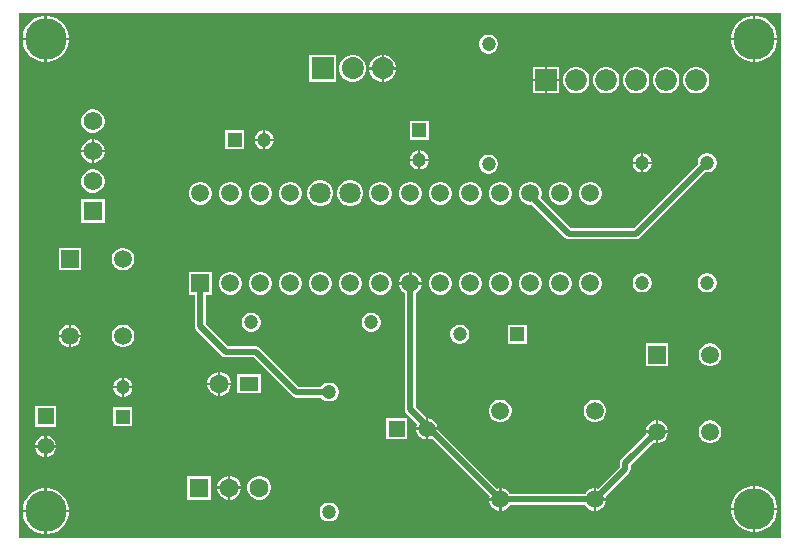
<source format=gbl>
G04*
G04 #@! TF.GenerationSoftware,Altium Limited,Altium Designer,23.6.0 (18)*
G04*
G04 Layer_Physical_Order=2*
G04 Layer_Color=16711680*
%FSLAX25Y25*%
%MOIN*%
G70*
G04*
G04 #@! TF.SameCoordinates,B90E1885-5EE6-4A3D-B461-7850E0AA74F3*
G04*
G04*
G04 #@! TF.FilePolarity,Positive*
G04*
G01*
G75*
%ADD21C,0.07244*%
%ADD22R,0.07244X0.07244*%
%ADD30C,0.06181*%
%ADD31R,0.06181X0.06181*%
%ADD38C,0.02000*%
%ADD42R,0.05512X0.05512*%
%ADD43C,0.05512*%
%ADD44R,0.07323X0.07323*%
%ADD45C,0.07323*%
%ADD46R,0.06299X0.06299*%
%ADD47C,0.06299*%
%ADD48C,0.05906*%
%ADD49C,0.07087*%
%ADD50R,0.05906X0.05906*%
%ADD51R,0.04724X0.04724*%
%ADD52C,0.04724*%
%ADD53R,0.05937X0.05937*%
%ADD54C,0.05937*%
%ADD55C,0.13780*%
%ADD56R,0.04724X0.04724*%
%ADD57R,0.05512X0.05512*%
%ADD58R,0.06299X0.04724*%
G36*
X255021Y989D02*
X989D01*
Y176083D01*
X255021D01*
Y989D01*
D02*
G37*
%LPC*%
G36*
X246820Y175013D02*
X246463D01*
Y167723D01*
X253753D01*
Y168080D01*
X253457Y169566D01*
X252878Y170965D01*
X252036Y172225D01*
X250965Y173296D01*
X249706Y174137D01*
X248306Y174717D01*
X246820Y175013D01*
D02*
G37*
G36*
X245663D02*
X245306D01*
X243820Y174717D01*
X242421Y174137D01*
X241161Y173296D01*
X240090Y172225D01*
X239248Y170965D01*
X238669Y169566D01*
X238373Y168080D01*
Y167723D01*
X245663D01*
Y175013D01*
D02*
G37*
G36*
X10600D02*
X10243D01*
Y167723D01*
X17532D01*
Y168080D01*
X17237Y169566D01*
X16657Y170965D01*
X15815Y172225D01*
X14744Y173296D01*
X13485Y174137D01*
X12086Y174717D01*
X10600Y175013D01*
D02*
G37*
G36*
X9443D02*
X9085D01*
X7599Y174717D01*
X6200Y174137D01*
X4941Y173296D01*
X3870Y172225D01*
X3028Y170965D01*
X2448Y169566D01*
X2153Y168080D01*
Y167723D01*
X9443D01*
Y175013D01*
D02*
G37*
G36*
X157896Y168753D02*
X157064D01*
X156260Y168537D01*
X155539Y168121D01*
X154950Y167532D01*
X154534Y166811D01*
X154318Y166007D01*
Y165174D01*
X154534Y164370D01*
X154950Y163649D01*
X155539Y163060D01*
X156260Y162644D01*
X157064Y162428D01*
X157896D01*
X158701Y162644D01*
X159422Y163060D01*
X160011Y163649D01*
X160427Y164370D01*
X160642Y165174D01*
Y166007D01*
X160427Y166811D01*
X160011Y167532D01*
X159422Y168121D01*
X158701Y168537D01*
X157896Y168753D01*
D02*
G37*
G36*
X253753Y166923D02*
X246463D01*
Y159633D01*
X246820D01*
X248306Y159929D01*
X249706Y160508D01*
X250965Y161350D01*
X252036Y162421D01*
X252878Y163680D01*
X253457Y165080D01*
X253753Y166566D01*
Y166923D01*
D02*
G37*
G36*
X245663D02*
X238373D01*
Y166566D01*
X238669Y165080D01*
X239248Y163680D01*
X240090Y162421D01*
X241161Y161350D01*
X242421Y160508D01*
X243820Y159929D01*
X245306Y159633D01*
X245663D01*
Y166923D01*
D02*
G37*
G36*
X17532D02*
X10243D01*
Y159633D01*
X10600D01*
X12086Y159929D01*
X13485Y160508D01*
X14744Y161350D01*
X15815Y162421D01*
X16657Y163680D01*
X17237Y165080D01*
X17532Y166566D01*
Y166923D01*
D02*
G37*
G36*
X9443D02*
X2153D01*
Y166566D01*
X2448Y165080D01*
X3028Y163680D01*
X3870Y162421D01*
X4941Y161350D01*
X6200Y160508D01*
X7599Y159929D01*
X9085Y159633D01*
X9443D01*
Y166923D01*
D02*
G37*
G36*
X122792Y161942D02*
X122605D01*
Y157880D01*
X126666D01*
Y158068D01*
X126362Y159202D01*
X125775Y160220D01*
X124944Y161050D01*
X123927Y161638D01*
X122792Y161942D01*
D02*
G37*
G36*
X121805D02*
X121617D01*
X120483Y161638D01*
X119465Y161050D01*
X118635Y160220D01*
X118047Y159202D01*
X117743Y158068D01*
Y157880D01*
X121805D01*
Y161942D01*
D02*
G37*
G36*
X181115Y157965D02*
X177093D01*
Y153943D01*
X181115D01*
Y157965D01*
D02*
G37*
G36*
X176293D02*
X172271D01*
Y153943D01*
X176293D01*
Y157965D01*
D02*
G37*
G36*
X126666Y157080D02*
X122605D01*
Y153019D01*
X122792D01*
X123927Y153323D01*
X124944Y153910D01*
X125775Y154741D01*
X126362Y155758D01*
X126666Y156893D01*
Y157080D01*
D02*
G37*
G36*
X121805D02*
X117743D01*
Y156893D01*
X118047Y155758D01*
X118635Y154741D01*
X119465Y153910D01*
X120483Y153323D01*
X121617Y153019D01*
X121805D01*
Y157080D01*
D02*
G37*
G36*
X112792Y161942D02*
X111617D01*
X110483Y161638D01*
X109465Y161050D01*
X108635Y160220D01*
X108047Y159202D01*
X107743Y158068D01*
Y156893D01*
X108047Y155758D01*
X108635Y154741D01*
X109465Y153910D01*
X110483Y153323D01*
X111617Y153019D01*
X112792D01*
X113927Y153323D01*
X114944Y153910D01*
X115775Y154741D01*
X116362Y155758D01*
X116666Y156893D01*
Y158068D01*
X116362Y159202D01*
X115775Y160220D01*
X114944Y161050D01*
X113927Y161638D01*
X112792Y161942D01*
D02*
G37*
G36*
X106666D02*
X97743D01*
Y153019D01*
X106666D01*
Y161942D01*
D02*
G37*
G36*
X227275Y157965D02*
X226111D01*
X224986Y157664D01*
X223978Y157082D01*
X223154Y156258D01*
X222572Y155250D01*
X222271Y154125D01*
Y152961D01*
X222572Y151837D01*
X223154Y150828D01*
X223978Y150005D01*
X224986Y149423D01*
X226111Y149121D01*
X227275D01*
X228400Y149423D01*
X229408Y150005D01*
X230231Y150828D01*
X230814Y151837D01*
X231115Y152961D01*
Y154125D01*
X230814Y155250D01*
X230231Y156258D01*
X229408Y157082D01*
X228400Y157664D01*
X227275Y157965D01*
D02*
G37*
G36*
X217275D02*
X216111D01*
X214986Y157664D01*
X213978Y157082D01*
X213154Y156258D01*
X212572Y155250D01*
X212271Y154125D01*
Y152961D01*
X212572Y151837D01*
X213154Y150828D01*
X213978Y150005D01*
X214986Y149423D01*
X216111Y149121D01*
X217275D01*
X218400Y149423D01*
X219408Y150005D01*
X220231Y150828D01*
X220814Y151837D01*
X221115Y152961D01*
Y154125D01*
X220814Y155250D01*
X220231Y156258D01*
X219408Y157082D01*
X218400Y157664D01*
X217275Y157965D01*
D02*
G37*
G36*
X207275D02*
X206111D01*
X204986Y157664D01*
X203978Y157082D01*
X203154Y156258D01*
X202572Y155250D01*
X202271Y154125D01*
Y152961D01*
X202572Y151837D01*
X203154Y150828D01*
X203978Y150005D01*
X204986Y149423D01*
X206111Y149121D01*
X207275D01*
X208400Y149423D01*
X209408Y150005D01*
X210231Y150828D01*
X210814Y151837D01*
X211115Y152961D01*
Y154125D01*
X210814Y155250D01*
X210231Y156258D01*
X209408Y157082D01*
X208400Y157664D01*
X207275Y157965D01*
D02*
G37*
G36*
X197275D02*
X196111D01*
X194986Y157664D01*
X193978Y157082D01*
X193154Y156258D01*
X192572Y155250D01*
X192271Y154125D01*
Y152961D01*
X192572Y151837D01*
X193154Y150828D01*
X193978Y150005D01*
X194986Y149423D01*
X196111Y149121D01*
X197275D01*
X198400Y149423D01*
X199408Y150005D01*
X200231Y150828D01*
X200814Y151837D01*
X201115Y152961D01*
Y154125D01*
X200814Y155250D01*
X200231Y156258D01*
X199408Y157082D01*
X198400Y157664D01*
X197275Y157965D01*
D02*
G37*
G36*
X187275D02*
X186111D01*
X184986Y157664D01*
X183978Y157082D01*
X183154Y156258D01*
X182572Y155250D01*
X182271Y154125D01*
Y152961D01*
X182572Y151837D01*
X183154Y150828D01*
X183978Y150005D01*
X184986Y149423D01*
X186111Y149121D01*
X187275D01*
X188400Y149423D01*
X189408Y150005D01*
X190231Y150828D01*
X190814Y151837D01*
X191115Y152961D01*
Y154125D01*
X190814Y155250D01*
X190231Y156258D01*
X189408Y157082D01*
X188400Y157664D01*
X187275Y157965D01*
D02*
G37*
G36*
X181115Y153143D02*
X177093D01*
Y149121D01*
X181115D01*
Y153143D01*
D02*
G37*
G36*
X176293D02*
X172271D01*
Y149121D01*
X176293D01*
Y153143D01*
D02*
G37*
G36*
X26103Y143812D02*
X25078D01*
X24089Y143547D01*
X23202Y143034D01*
X22477Y142310D01*
X21965Y141423D01*
X21700Y140433D01*
Y139409D01*
X21965Y138419D01*
X22477Y137532D01*
X23202Y136808D01*
X24089Y136296D01*
X25078Y136031D01*
X26103D01*
X27092Y136296D01*
X27979Y136808D01*
X28704Y137532D01*
X29216Y138419D01*
X29481Y139409D01*
Y140433D01*
X29216Y141423D01*
X28704Y142310D01*
X27979Y143034D01*
X27092Y143547D01*
X26103Y143812D01*
D02*
G37*
G36*
X83093Y136854D02*
X83077D01*
Y134092D01*
X85839D01*
Y134108D01*
X85624Y134912D01*
X85207Y135633D01*
X84619Y136222D01*
X83898Y136638D01*
X83093Y136854D01*
D02*
G37*
G36*
X82277D02*
X82261D01*
X81456Y136638D01*
X80735Y136222D01*
X80147Y135633D01*
X79730Y134912D01*
X79515Y134108D01*
Y134092D01*
X82277D01*
Y136854D01*
D02*
G37*
G36*
X137532Y139973D02*
X131208D01*
Y133649D01*
X137532D01*
Y139973D01*
D02*
G37*
G36*
X85839Y133292D02*
X83077D01*
Y130530D01*
X83093D01*
X83898Y130745D01*
X84619Y131161D01*
X85207Y131750D01*
X85624Y132471D01*
X85839Y133275D01*
Y133292D01*
D02*
G37*
G36*
X82277D02*
X79515D01*
Y133275D01*
X79730Y132471D01*
X80147Y131750D01*
X80735Y131161D01*
X81456Y130745D01*
X82261Y130530D01*
X82277D01*
Y133292D01*
D02*
G37*
G36*
X75997Y136854D02*
X69672D01*
Y130530D01*
X75997D01*
Y136854D01*
D02*
G37*
G36*
X26103Y133812D02*
X25991D01*
Y130321D01*
X29481D01*
Y130433D01*
X29216Y131423D01*
X28704Y132310D01*
X27979Y133034D01*
X27092Y133547D01*
X26103Y133812D01*
D02*
G37*
G36*
X25191D02*
X25078D01*
X24089Y133547D01*
X23202Y133034D01*
X22477Y132310D01*
X21965Y131423D01*
X21700Y130433D01*
Y130321D01*
X25191D01*
Y133812D01*
D02*
G37*
G36*
X134786Y130131D02*
X134770D01*
Y127368D01*
X137532D01*
Y127385D01*
X137317Y128189D01*
X136900Y128910D01*
X136312Y129499D01*
X135591Y129915D01*
X134786Y130131D01*
D02*
G37*
G36*
X133970D02*
X133954D01*
X133150Y129915D01*
X132428Y129499D01*
X131840Y128910D01*
X131423Y128189D01*
X131208Y127385D01*
Y127368D01*
X133970D01*
Y130131D01*
D02*
G37*
G36*
X209078Y129146D02*
X209061D01*
Y126384D01*
X211824D01*
Y126400D01*
X211608Y127205D01*
X211192Y127926D01*
X210603Y128515D01*
X209882Y128931D01*
X209078Y129146D01*
D02*
G37*
G36*
X208261D02*
X208245D01*
X207441Y128931D01*
X206720Y128515D01*
X206131Y127926D01*
X205715Y127205D01*
X205499Y126400D01*
Y126384D01*
X208261D01*
Y129146D01*
D02*
G37*
G36*
X29481Y129521D02*
X25991D01*
Y126031D01*
X26103D01*
X27092Y126296D01*
X27979Y126808D01*
X28704Y127532D01*
X29216Y128419D01*
X29481Y129409D01*
Y129521D01*
D02*
G37*
G36*
X25191D02*
X21700D01*
Y129409D01*
X21965Y128419D01*
X22477Y127532D01*
X23202Y126808D01*
X24089Y126296D01*
X25078Y126031D01*
X25191D01*
Y129521D01*
D02*
G37*
G36*
X137532Y126568D02*
X134770D01*
Y123806D01*
X134786D01*
X135591Y124022D01*
X136312Y124438D01*
X136900Y125027D01*
X137317Y125748D01*
X137532Y126552D01*
Y126568D01*
D02*
G37*
G36*
X133970D02*
X131208D01*
Y126552D01*
X131423Y125748D01*
X131840Y125027D01*
X132428Y124438D01*
X133150Y124022D01*
X133954Y123806D01*
X133970D01*
Y126568D01*
D02*
G37*
G36*
X230731Y129146D02*
X229899D01*
X229094Y128931D01*
X228373Y128515D01*
X227785Y127926D01*
X227368Y127205D01*
X227153Y126400D01*
Y125568D01*
X227185Y125449D01*
X205933Y104198D01*
X185130D01*
X174922Y114406D01*
X175170Y115333D01*
Y116321D01*
X174914Y117275D01*
X174420Y118131D01*
X173722Y118830D01*
X172866Y119324D01*
X171912Y119580D01*
X170923D01*
X169969Y119324D01*
X169113Y118830D01*
X168414Y118131D01*
X167920Y117275D01*
X167665Y116321D01*
Y115333D01*
X167920Y114378D01*
X168414Y113523D01*
X169113Y112824D01*
X169969Y112330D01*
X170923Y112074D01*
X171912D01*
X172031Y112106D01*
X183072Y101065D01*
X183668Y100667D01*
X183784Y100644D01*
X184370Y100527D01*
X206693D01*
X207279Y100644D01*
X207395Y100667D01*
X207991Y101065D01*
X229780Y122854D01*
X229899Y122822D01*
X230731D01*
X231536Y123038D01*
X232257Y123454D01*
X232845Y124043D01*
X233262Y124764D01*
X233477Y125568D01*
Y126400D01*
X233262Y127205D01*
X232845Y127926D01*
X232257Y128515D01*
X231536Y128931D01*
X230731Y129146D01*
D02*
G37*
G36*
X211824Y125584D02*
X209061D01*
Y122822D01*
X209078D01*
X209882Y123038D01*
X210603Y123454D01*
X211192Y124043D01*
X211608Y124764D01*
X211824Y125568D01*
Y125584D01*
D02*
G37*
G36*
X208261D02*
X205499D01*
Y125568D01*
X205715Y124764D01*
X206131Y124043D01*
X206720Y123454D01*
X207441Y123038D01*
X208245Y122822D01*
X208261D01*
Y125584D01*
D02*
G37*
G36*
X157896Y128753D02*
X157064D01*
X156260Y128537D01*
X155539Y128121D01*
X154950Y127532D01*
X154534Y126811D01*
X154318Y126007D01*
Y125174D01*
X154534Y124370D01*
X154950Y123649D01*
X155539Y123060D01*
X156260Y122644D01*
X157064Y122428D01*
X157896D01*
X158701Y122644D01*
X159422Y123060D01*
X160011Y123649D01*
X160427Y124370D01*
X160642Y125174D01*
Y126007D01*
X160427Y126811D01*
X160011Y127532D01*
X159422Y128121D01*
X158701Y128537D01*
X157896Y128753D01*
D02*
G37*
G36*
X26103Y123812D02*
X25078D01*
X24089Y123547D01*
X23202Y123034D01*
X22477Y122310D01*
X21965Y121423D01*
X21700Y120433D01*
Y119409D01*
X21965Y118420D01*
X22477Y117532D01*
X23202Y116808D01*
X24089Y116296D01*
X25078Y116031D01*
X26103D01*
X27092Y116296D01*
X27979Y116808D01*
X28704Y117532D01*
X29216Y118420D01*
X29481Y119409D01*
Y120433D01*
X29216Y121423D01*
X28704Y122310D01*
X27979Y123034D01*
X27092Y123547D01*
X26103Y123812D01*
D02*
G37*
G36*
X191911Y119580D02*
X190923D01*
X189969Y119324D01*
X189113Y118830D01*
X188415Y118131D01*
X187920Y117275D01*
X187665Y116321D01*
Y115333D01*
X187920Y114378D01*
X188415Y113523D01*
X189113Y112824D01*
X189969Y112330D01*
X190923Y112074D01*
X191911D01*
X192866Y112330D01*
X193722Y112824D01*
X194420Y113523D01*
X194914Y114378D01*
X195170Y115333D01*
Y116321D01*
X194914Y117275D01*
X194420Y118131D01*
X193722Y118830D01*
X192866Y119324D01*
X191911Y119580D01*
D02*
G37*
G36*
X181912D02*
X180923D01*
X179969Y119324D01*
X179113Y118830D01*
X178414Y118131D01*
X177920Y117275D01*
X177665Y116321D01*
Y115333D01*
X177920Y114378D01*
X178414Y113523D01*
X179113Y112824D01*
X179969Y112330D01*
X180923Y112074D01*
X181912D01*
X182866Y112330D01*
X183722Y112824D01*
X184420Y113523D01*
X184914Y114378D01*
X185170Y115333D01*
Y116321D01*
X184914Y117275D01*
X184420Y118131D01*
X183722Y118830D01*
X182866Y119324D01*
X181912Y119580D01*
D02*
G37*
G36*
X161911D02*
X160923D01*
X159969Y119324D01*
X159113Y118830D01*
X158414Y118131D01*
X157920Y117275D01*
X157665Y116321D01*
Y115333D01*
X157920Y114378D01*
X158414Y113523D01*
X159113Y112824D01*
X159969Y112330D01*
X160923Y112074D01*
X161911D01*
X162866Y112330D01*
X163722Y112824D01*
X164420Y113523D01*
X164914Y114378D01*
X165170Y115333D01*
Y116321D01*
X164914Y117275D01*
X164420Y118131D01*
X163722Y118830D01*
X162866Y119324D01*
X161911Y119580D01*
D02*
G37*
G36*
X151911D02*
X150923D01*
X149969Y119324D01*
X149113Y118830D01*
X148415Y118131D01*
X147920Y117275D01*
X147665Y116321D01*
Y115333D01*
X147920Y114378D01*
X148415Y113523D01*
X149113Y112824D01*
X149969Y112330D01*
X150923Y112074D01*
X151911D01*
X152866Y112330D01*
X153722Y112824D01*
X154420Y113523D01*
X154914Y114378D01*
X155170Y115333D01*
Y116321D01*
X154914Y117275D01*
X154420Y118131D01*
X153722Y118830D01*
X152866Y119324D01*
X151911Y119580D01*
D02*
G37*
G36*
X141911D02*
X140923D01*
X139969Y119324D01*
X139113Y118830D01*
X138415Y118131D01*
X137920Y117275D01*
X137665Y116321D01*
Y115333D01*
X137920Y114378D01*
X138415Y113523D01*
X139113Y112824D01*
X139969Y112330D01*
X140923Y112074D01*
X141911D01*
X142866Y112330D01*
X143722Y112824D01*
X144420Y113523D01*
X144914Y114378D01*
X145170Y115333D01*
Y116321D01*
X144914Y117275D01*
X144420Y118131D01*
X143722Y118830D01*
X142866Y119324D01*
X141911Y119580D01*
D02*
G37*
G36*
X131912D02*
X130923D01*
X129969Y119324D01*
X129113Y118830D01*
X128414Y118131D01*
X127920Y117275D01*
X127665Y116321D01*
Y115333D01*
X127920Y114378D01*
X128414Y113523D01*
X129113Y112824D01*
X129969Y112330D01*
X130923Y112074D01*
X131912D01*
X132866Y112330D01*
X133722Y112824D01*
X134420Y113523D01*
X134914Y114378D01*
X135170Y115333D01*
Y116321D01*
X134914Y117275D01*
X134420Y118131D01*
X133722Y118830D01*
X132866Y119324D01*
X131912Y119580D01*
D02*
G37*
G36*
X121912D02*
X120923D01*
X119969Y119324D01*
X119113Y118830D01*
X118414Y118131D01*
X117920Y117275D01*
X117665Y116321D01*
Y115333D01*
X117920Y114378D01*
X118414Y113523D01*
X119113Y112824D01*
X119969Y112330D01*
X120923Y112074D01*
X121912D01*
X122866Y112330D01*
X123722Y112824D01*
X124420Y113523D01*
X124914Y114378D01*
X125170Y115333D01*
Y116321D01*
X124914Y117275D01*
X124420Y118131D01*
X123722Y118830D01*
X122866Y119324D01*
X121912Y119580D01*
D02*
G37*
G36*
X91912D02*
X90923D01*
X89969Y119324D01*
X89113Y118830D01*
X88414Y118131D01*
X87920Y117275D01*
X87665Y116321D01*
Y115333D01*
X87920Y114378D01*
X88414Y113523D01*
X89113Y112824D01*
X89969Y112330D01*
X90923Y112074D01*
X91912D01*
X92866Y112330D01*
X93722Y112824D01*
X94420Y113523D01*
X94914Y114378D01*
X95170Y115333D01*
Y116321D01*
X94914Y117275D01*
X94420Y118131D01*
X93722Y118830D01*
X92866Y119324D01*
X91912Y119580D01*
D02*
G37*
G36*
X81911D02*
X80923D01*
X79969Y119324D01*
X79113Y118830D01*
X78414Y118131D01*
X77920Y117275D01*
X77665Y116321D01*
Y115333D01*
X77920Y114378D01*
X78414Y113523D01*
X79113Y112824D01*
X79969Y112330D01*
X80923Y112074D01*
X81911D01*
X82866Y112330D01*
X83722Y112824D01*
X84420Y113523D01*
X84914Y114378D01*
X85170Y115333D01*
Y116321D01*
X84914Y117275D01*
X84420Y118131D01*
X83722Y118830D01*
X82866Y119324D01*
X81911Y119580D01*
D02*
G37*
G36*
X71912D02*
X70923D01*
X69969Y119324D01*
X69113Y118830D01*
X68414Y118131D01*
X67920Y117275D01*
X67665Y116321D01*
Y115333D01*
X67920Y114378D01*
X68414Y113523D01*
X69113Y112824D01*
X69969Y112330D01*
X70923Y112074D01*
X71912D01*
X72866Y112330D01*
X73722Y112824D01*
X74420Y113523D01*
X74914Y114378D01*
X75170Y115333D01*
Y116321D01*
X74914Y117275D01*
X74420Y118131D01*
X73722Y118830D01*
X72866Y119324D01*
X71912Y119580D01*
D02*
G37*
G36*
X61911D02*
X60923D01*
X59969Y119324D01*
X59113Y118830D01*
X58414Y118131D01*
X57920Y117275D01*
X57665Y116321D01*
Y115333D01*
X57920Y114378D01*
X58414Y113523D01*
X59113Y112824D01*
X59969Y112330D01*
X60923Y112074D01*
X61911D01*
X62866Y112330D01*
X63722Y112824D01*
X64420Y113523D01*
X64914Y114378D01*
X65170Y115333D01*
Y116321D01*
X64914Y117275D01*
X64420Y118131D01*
X63722Y118830D01*
X62866Y119324D01*
X61911Y119580D01*
D02*
G37*
G36*
X111989Y120170D02*
X110846D01*
X109741Y119874D01*
X108750Y119302D01*
X107942Y118494D01*
X107370Y117503D01*
X107074Y116399D01*
Y115255D01*
X107370Y114150D01*
X107942Y113160D01*
X108750Y112351D01*
X109741Y111779D01*
X110846Y111484D01*
X111989D01*
X113094Y111779D01*
X114084Y112351D01*
X114893Y113160D01*
X115465Y114150D01*
X115761Y115255D01*
Y116399D01*
X115465Y117503D01*
X114893Y118494D01*
X114084Y119302D01*
X113094Y119874D01*
X111989Y120170D01*
D02*
G37*
G36*
X101989D02*
X100846D01*
X99741Y119874D01*
X98751Y119302D01*
X97942Y118494D01*
X97370Y117503D01*
X97074Y116399D01*
Y115255D01*
X97370Y114150D01*
X97942Y113160D01*
X98751Y112351D01*
X99741Y111779D01*
X100846Y111484D01*
X101989D01*
X103094Y111779D01*
X104084Y112351D01*
X104893Y113160D01*
X105465Y114150D01*
X105761Y115255D01*
Y116399D01*
X105465Y117503D01*
X104893Y118494D01*
X104084Y119302D01*
X103094Y119874D01*
X101989Y120170D01*
D02*
G37*
G36*
X29481Y113812D02*
X21700D01*
Y106031D01*
X29481D01*
Y113812D01*
D02*
G37*
G36*
X36126Y97677D02*
X35134D01*
X34175Y97420D01*
X33316Y96924D01*
X32614Y96223D01*
X32118Y95363D01*
X31861Y94405D01*
Y93413D01*
X32118Y92454D01*
X32614Y91595D01*
X33316Y90893D01*
X34175Y90397D01*
X35134Y90140D01*
X36126D01*
X37084Y90397D01*
X37944Y90893D01*
X38645Y91595D01*
X39141Y92454D01*
X39398Y93413D01*
Y94405D01*
X39141Y95363D01*
X38645Y96223D01*
X37944Y96924D01*
X37084Y97420D01*
X36126Y97677D01*
D02*
G37*
G36*
X21682D02*
X14145D01*
Y90140D01*
X21682D01*
Y97677D01*
D02*
G37*
G36*
X131912Y89579D02*
X131817D01*
Y86227D01*
X135170D01*
Y86321D01*
X134914Y87275D01*
X134420Y88131D01*
X133722Y88830D01*
X132866Y89324D01*
X131912Y89579D01*
D02*
G37*
G36*
X131017D02*
X130923D01*
X129969Y89324D01*
X129113Y88830D01*
X128414Y88131D01*
X127920Y87275D01*
X127665Y86321D01*
Y86227D01*
X131017D01*
Y89579D01*
D02*
G37*
G36*
X230731Y89146D02*
X229899D01*
X229094Y88931D01*
X228373Y88515D01*
X227785Y87926D01*
X227368Y87205D01*
X227153Y86401D01*
Y85568D01*
X227368Y84764D01*
X227785Y84043D01*
X228373Y83454D01*
X229094Y83038D01*
X229899Y82822D01*
X230731D01*
X231536Y83038D01*
X232257Y83454D01*
X232845Y84043D01*
X233262Y84764D01*
X233477Y85568D01*
Y86401D01*
X233262Y87205D01*
X232845Y87926D01*
X232257Y88515D01*
X231536Y88931D01*
X230731Y89146D01*
D02*
G37*
G36*
X209078D02*
X208245D01*
X207441Y88931D01*
X206720Y88515D01*
X206131Y87926D01*
X205715Y87205D01*
X205499Y86401D01*
Y85568D01*
X205715Y84764D01*
X206131Y84043D01*
X206720Y83454D01*
X207441Y83038D01*
X208245Y82822D01*
X209078D01*
X209882Y83038D01*
X210603Y83454D01*
X211192Y84043D01*
X211608Y84764D01*
X211824Y85568D01*
Y86401D01*
X211608Y87205D01*
X211192Y87926D01*
X210603Y88515D01*
X209882Y88931D01*
X209078Y89146D01*
D02*
G37*
G36*
X191911Y89579D02*
X190923D01*
X189969Y89324D01*
X189113Y88830D01*
X188415Y88131D01*
X187920Y87275D01*
X187665Y86321D01*
Y85333D01*
X187920Y84378D01*
X188415Y83523D01*
X189113Y82824D01*
X189969Y82330D01*
X190923Y82074D01*
X191911D01*
X192866Y82330D01*
X193722Y82824D01*
X194420Y83523D01*
X194914Y84378D01*
X195170Y85333D01*
Y86321D01*
X194914Y87275D01*
X194420Y88131D01*
X193722Y88830D01*
X192866Y89324D01*
X191911Y89579D01*
D02*
G37*
G36*
X181912D02*
X180923D01*
X179969Y89324D01*
X179113Y88830D01*
X178414Y88131D01*
X177920Y87275D01*
X177665Y86321D01*
Y85333D01*
X177920Y84378D01*
X178414Y83523D01*
X179113Y82824D01*
X179969Y82330D01*
X180923Y82074D01*
X181912D01*
X182866Y82330D01*
X183722Y82824D01*
X184420Y83523D01*
X184914Y84378D01*
X185170Y85333D01*
Y86321D01*
X184914Y87275D01*
X184420Y88131D01*
X183722Y88830D01*
X182866Y89324D01*
X181912Y89579D01*
D02*
G37*
G36*
X171912D02*
X170923D01*
X169969Y89324D01*
X169113Y88830D01*
X168414Y88131D01*
X167920Y87275D01*
X167665Y86321D01*
Y85333D01*
X167920Y84378D01*
X168414Y83523D01*
X169113Y82824D01*
X169969Y82330D01*
X170923Y82074D01*
X171912D01*
X172866Y82330D01*
X173722Y82824D01*
X174420Y83523D01*
X174914Y84378D01*
X175170Y85333D01*
Y86321D01*
X174914Y87275D01*
X174420Y88131D01*
X173722Y88830D01*
X172866Y89324D01*
X171912Y89579D01*
D02*
G37*
G36*
X161911D02*
X160923D01*
X159969Y89324D01*
X159113Y88830D01*
X158414Y88131D01*
X157920Y87275D01*
X157665Y86321D01*
Y85333D01*
X157920Y84378D01*
X158414Y83523D01*
X159113Y82824D01*
X159969Y82330D01*
X160923Y82074D01*
X161911D01*
X162866Y82330D01*
X163722Y82824D01*
X164420Y83523D01*
X164914Y84378D01*
X165170Y85333D01*
Y86321D01*
X164914Y87275D01*
X164420Y88131D01*
X163722Y88830D01*
X162866Y89324D01*
X161911Y89579D01*
D02*
G37*
G36*
X151911D02*
X150923D01*
X149969Y89324D01*
X149113Y88830D01*
X148415Y88131D01*
X147920Y87275D01*
X147665Y86321D01*
Y85333D01*
X147920Y84378D01*
X148415Y83523D01*
X149113Y82824D01*
X149969Y82330D01*
X150923Y82074D01*
X151911D01*
X152866Y82330D01*
X153722Y82824D01*
X154420Y83523D01*
X154914Y84378D01*
X155170Y85333D01*
Y86321D01*
X154914Y87275D01*
X154420Y88131D01*
X153722Y88830D01*
X152866Y89324D01*
X151911Y89579D01*
D02*
G37*
G36*
X141911D02*
X140923D01*
X139969Y89324D01*
X139113Y88830D01*
X138415Y88131D01*
X137920Y87275D01*
X137665Y86321D01*
Y85333D01*
X137920Y84378D01*
X138415Y83523D01*
X139113Y82824D01*
X139969Y82330D01*
X140923Y82074D01*
X141911D01*
X142866Y82330D01*
X143722Y82824D01*
X144420Y83523D01*
X144914Y84378D01*
X145170Y85333D01*
Y86321D01*
X144914Y87275D01*
X144420Y88131D01*
X143722Y88830D01*
X142866Y89324D01*
X141911Y89579D01*
D02*
G37*
G36*
X121912D02*
X120923D01*
X119969Y89324D01*
X119113Y88830D01*
X118414Y88131D01*
X117920Y87275D01*
X117665Y86321D01*
Y85333D01*
X117920Y84378D01*
X118414Y83523D01*
X119113Y82824D01*
X119969Y82330D01*
X120923Y82074D01*
X121912D01*
X122866Y82330D01*
X123722Y82824D01*
X124420Y83523D01*
X124914Y84378D01*
X125170Y85333D01*
Y86321D01*
X124914Y87275D01*
X124420Y88131D01*
X123722Y88830D01*
X122866Y89324D01*
X121912Y89579D01*
D02*
G37*
G36*
X111911D02*
X110923D01*
X109969Y89324D01*
X109113Y88830D01*
X108414Y88131D01*
X107920Y87275D01*
X107665Y86321D01*
Y85333D01*
X107920Y84378D01*
X108414Y83523D01*
X109113Y82824D01*
X109969Y82330D01*
X110923Y82074D01*
X111911D01*
X112866Y82330D01*
X113722Y82824D01*
X114420Y83523D01*
X114914Y84378D01*
X115170Y85333D01*
Y86321D01*
X114914Y87275D01*
X114420Y88131D01*
X113722Y88830D01*
X112866Y89324D01*
X111911Y89579D01*
D02*
G37*
G36*
X101911D02*
X100923D01*
X99969Y89324D01*
X99113Y88830D01*
X98414Y88131D01*
X97920Y87275D01*
X97665Y86321D01*
Y85333D01*
X97920Y84378D01*
X98414Y83523D01*
X99113Y82824D01*
X99969Y82330D01*
X100923Y82074D01*
X101911D01*
X102866Y82330D01*
X103722Y82824D01*
X104420Y83523D01*
X104914Y84378D01*
X105170Y85333D01*
Y86321D01*
X104914Y87275D01*
X104420Y88131D01*
X103722Y88830D01*
X102866Y89324D01*
X101911Y89579D01*
D02*
G37*
G36*
X91912D02*
X90923D01*
X89969Y89324D01*
X89113Y88830D01*
X88414Y88131D01*
X87920Y87275D01*
X87665Y86321D01*
Y85333D01*
X87920Y84378D01*
X88414Y83523D01*
X89113Y82824D01*
X89969Y82330D01*
X90923Y82074D01*
X91912D01*
X92866Y82330D01*
X93722Y82824D01*
X94420Y83523D01*
X94914Y84378D01*
X95170Y85333D01*
Y86321D01*
X94914Y87275D01*
X94420Y88131D01*
X93722Y88830D01*
X92866Y89324D01*
X91912Y89579D01*
D02*
G37*
G36*
X81911D02*
X80923D01*
X79969Y89324D01*
X79113Y88830D01*
X78414Y88131D01*
X77920Y87275D01*
X77665Y86321D01*
Y85333D01*
X77920Y84378D01*
X78414Y83523D01*
X79113Y82824D01*
X79969Y82330D01*
X80923Y82074D01*
X81911D01*
X82866Y82330D01*
X83722Y82824D01*
X84420Y83523D01*
X84914Y84378D01*
X85170Y85333D01*
Y86321D01*
X84914Y87275D01*
X84420Y88131D01*
X83722Y88830D01*
X82866Y89324D01*
X81911Y89579D01*
D02*
G37*
G36*
X71912D02*
X70923D01*
X69969Y89324D01*
X69113Y88830D01*
X68414Y88131D01*
X67920Y87275D01*
X67665Y86321D01*
Y85333D01*
X67920Y84378D01*
X68414Y83523D01*
X69113Y82824D01*
X69969Y82330D01*
X70923Y82074D01*
X71912D01*
X72866Y82330D01*
X73722Y82824D01*
X74420Y83523D01*
X74914Y84378D01*
X75170Y85333D01*
Y86321D01*
X74914Y87275D01*
X74420Y88131D01*
X73722Y88830D01*
X72866Y89324D01*
X71912Y89579D01*
D02*
G37*
G36*
X118763Y75997D02*
X117930D01*
X117126Y75782D01*
X116405Y75365D01*
X115816Y74776D01*
X115400Y74055D01*
X115184Y73251D01*
Y72418D01*
X115400Y71614D01*
X115816Y70893D01*
X116405Y70304D01*
X117126Y69888D01*
X117930Y69673D01*
X118763D01*
X119567Y69888D01*
X120288Y70304D01*
X120877Y70893D01*
X121293Y71614D01*
X121509Y72418D01*
Y73251D01*
X121293Y74055D01*
X120877Y74776D01*
X120288Y75365D01*
X119567Y75782D01*
X118763Y75997D01*
D02*
G37*
G36*
X78763D02*
X77930D01*
X77126Y75782D01*
X76405Y75365D01*
X75816Y74776D01*
X75400Y74055D01*
X75184Y73251D01*
Y72418D01*
X75400Y71614D01*
X75816Y70893D01*
X76405Y70304D01*
X77126Y69888D01*
X77930Y69673D01*
X78763D01*
X79567Y69888D01*
X80288Y70304D01*
X80877Y70893D01*
X81293Y71614D01*
X81509Y72418D01*
Y73251D01*
X81293Y74055D01*
X80877Y74776D01*
X80288Y75365D01*
X79567Y75782D01*
X78763Y75997D01*
D02*
G37*
G36*
X18409Y72087D02*
X18313D01*
Y68718D01*
X21682D01*
Y68814D01*
X21425Y69773D01*
X20929Y70632D01*
X20227Y71334D01*
X19368Y71830D01*
X18409Y72087D01*
D02*
G37*
G36*
X17513D02*
X17417D01*
X16459Y71830D01*
X15599Y71334D01*
X14898Y70632D01*
X14401Y69773D01*
X14145Y68814D01*
Y68718D01*
X17513D01*
Y72087D01*
D02*
G37*
G36*
X170249Y72060D02*
X163924D01*
Y65735D01*
X170249D01*
Y72060D01*
D02*
G37*
G36*
X148290D02*
X147458D01*
X146653Y71844D01*
X145932Y71428D01*
X145344Y70839D01*
X144927Y70118D01*
X144712Y69314D01*
Y68481D01*
X144927Y67677D01*
X145344Y66956D01*
X145932Y66367D01*
X146653Y65951D01*
X147458Y65735D01*
X148290D01*
X149094Y65951D01*
X149816Y66367D01*
X150404Y66956D01*
X150821Y67677D01*
X151036Y68481D01*
Y69314D01*
X150821Y70118D01*
X150404Y70839D01*
X149816Y71428D01*
X149094Y71844D01*
X148290Y72060D01*
D02*
G37*
G36*
X36126Y72087D02*
X35134D01*
X34175Y71830D01*
X33316Y71334D01*
X32614Y70632D01*
X32118Y69773D01*
X31861Y68814D01*
Y67822D01*
X32118Y66863D01*
X32614Y66004D01*
X33316Y65302D01*
X34175Y64806D01*
X35134Y64549D01*
X36126D01*
X37084Y64806D01*
X37944Y65302D01*
X38645Y66004D01*
X39141Y66863D01*
X39398Y67822D01*
Y68814D01*
X39141Y69773D01*
X38645Y70632D01*
X37944Y71334D01*
X37084Y71830D01*
X36126Y72087D01*
D02*
G37*
G36*
X21682Y67918D02*
X18313D01*
Y64549D01*
X18409D01*
X19368Y64806D01*
X20227Y65302D01*
X20929Y66004D01*
X21425Y66863D01*
X21682Y67822D01*
Y67918D01*
D02*
G37*
G36*
X17513D02*
X14145D01*
Y67822D01*
X14401Y66863D01*
X14898Y66004D01*
X15599Y65302D01*
X16459Y64806D01*
X17417Y64549D01*
X17513D01*
Y67918D01*
D02*
G37*
G36*
X231795Y65776D02*
X230803D01*
X229845Y65520D01*
X228985Y65024D01*
X228284Y64322D01*
X227787Y63463D01*
X227531Y62504D01*
Y61512D01*
X227787Y60553D01*
X228284Y59694D01*
X228985Y58992D01*
X229845Y58496D01*
X230803Y58240D01*
X231795D01*
X232754Y58496D01*
X233613Y58992D01*
X234315Y59694D01*
X234811Y60553D01*
X235068Y61512D01*
Y62504D01*
X234811Y63463D01*
X234315Y64322D01*
X233613Y65024D01*
X232754Y65520D01*
X231795Y65776D01*
D02*
G37*
G36*
X217351D02*
X209814D01*
Y58240D01*
X217351D01*
Y65776D01*
D02*
G37*
G36*
X68237Y56312D02*
X68117D01*
Y52762D01*
X71666D01*
Y52882D01*
X71397Y53887D01*
X70877Y54787D01*
X70142Y55523D01*
X69241Y56043D01*
X68237Y56312D01*
D02*
G37*
G36*
X67317D02*
X67197D01*
X66192Y56043D01*
X65292Y55523D01*
X64556Y54787D01*
X64036Y53887D01*
X63767Y52882D01*
Y52762D01*
X67317D01*
Y56312D01*
D02*
G37*
G36*
X36046Y54343D02*
X36030D01*
Y51581D01*
X38792D01*
Y51597D01*
X38576Y52402D01*
X38160Y53123D01*
X37571Y53711D01*
X36850Y54128D01*
X36046Y54343D01*
D02*
G37*
G36*
X35230D02*
X35214D01*
X34409Y54128D01*
X33688Y53711D01*
X33099Y53123D01*
X32683Y52402D01*
X32468Y51597D01*
Y51581D01*
X35230D01*
Y54343D01*
D02*
G37*
G36*
X81509Y55524D02*
X73609D01*
Y49200D01*
X81509D01*
Y55524D01*
D02*
G37*
G36*
X71666Y51962D02*
X68117D01*
Y48413D01*
X68237D01*
X69241Y48682D01*
X70142Y49202D01*
X70877Y49937D01*
X71397Y50838D01*
X71666Y51842D01*
Y51962D01*
D02*
G37*
G36*
X67317D02*
X63767D01*
Y51842D01*
X64036Y50838D01*
X64556Y49937D01*
X65292Y49202D01*
X66192Y48682D01*
X67197Y48413D01*
X67317D01*
Y51962D01*
D02*
G37*
G36*
X38792Y50781D02*
X36030D01*
Y48019D01*
X36046D01*
X36850Y48234D01*
X37571Y48651D01*
X38160Y49240D01*
X38576Y49961D01*
X38792Y50765D01*
Y50781D01*
D02*
G37*
G36*
X35230D02*
X32468D01*
Y50765D01*
X32683Y49961D01*
X33099Y49240D01*
X33688Y48651D01*
X34409Y48234D01*
X35214Y48019D01*
X35230D01*
Y50781D01*
D02*
G37*
G36*
X65170Y89579D02*
X57665D01*
Y82074D01*
X59582D01*
Y71518D01*
X59699Y70933D01*
X59722Y70816D01*
X60120Y70221D01*
X68646Y61694D01*
X69044Y61429D01*
X69241Y61297D01*
X69944Y61157D01*
X79315D01*
X92164Y48309D01*
X92562Y48043D01*
X92759Y47911D01*
X93462Y47771D01*
X101739D01*
X101800Y47665D01*
X102389Y47076D01*
X103110Y46659D01*
X103914Y46444D01*
X104747D01*
X105551Y46659D01*
X106272Y47076D01*
X106861Y47665D01*
X107277Y48386D01*
X107493Y49190D01*
Y50023D01*
X107277Y50827D01*
X106861Y51548D01*
X106272Y52137D01*
X105551Y52553D01*
X104747Y52768D01*
X103914D01*
X103110Y52553D01*
X102389Y52137D01*
X101800Y51548D01*
X101739Y51442D01*
X94222D01*
X81373Y64290D01*
X80778Y64688D01*
X80661Y64711D01*
X80076Y64827D01*
X70704D01*
X63253Y72279D01*
Y82074D01*
X65170D01*
Y89579D01*
D02*
G37*
G36*
X193407Y47060D02*
X192419D01*
X191465Y46804D01*
X190609Y46310D01*
X189910Y45611D01*
X189416Y44756D01*
X189161Y43801D01*
Y42813D01*
X189416Y41859D01*
X189910Y41003D01*
X190609Y40304D01*
X191465Y39810D01*
X192419Y39554D01*
X193407D01*
X194362Y39810D01*
X195218Y40304D01*
X195916Y41003D01*
X196410Y41859D01*
X196666Y42813D01*
Y43801D01*
X196410Y44756D01*
X195916Y45611D01*
X195218Y46310D01*
X194362Y46804D01*
X193407Y47060D01*
D02*
G37*
G36*
X161911D02*
X160923D01*
X159969Y46804D01*
X159113Y46310D01*
X158414Y45611D01*
X157920Y44756D01*
X157665Y43801D01*
Y42813D01*
X157920Y41859D01*
X158414Y41003D01*
X159113Y40304D01*
X159969Y39810D01*
X160923Y39554D01*
X161911D01*
X162866Y39810D01*
X163722Y40304D01*
X164420Y41003D01*
X164914Y41859D01*
X165170Y42813D01*
Y43801D01*
X164914Y44756D01*
X164420Y45611D01*
X163722Y46310D01*
X162866Y46804D01*
X161911Y47060D01*
D02*
G37*
G36*
X38792Y44501D02*
X32468D01*
Y38177D01*
X38792D01*
Y44501D01*
D02*
G37*
G36*
X13360Y45052D02*
X6248D01*
Y37940D01*
X13360D01*
Y45052D01*
D02*
G37*
G36*
X137358Y40957D02*
X137290D01*
Y37801D01*
X140445D01*
Y37870D01*
X140203Y38774D01*
X139735Y39585D01*
X139073Y40247D01*
X138262Y40715D01*
X137358Y40957D01*
D02*
G37*
G36*
X135170Y85427D02*
X131417D01*
X127665D01*
Y85333D01*
X127920Y84378D01*
X128414Y83523D01*
X129113Y82824D01*
X129582Y82553D01*
Y43779D01*
X129699Y43194D01*
X129722Y43077D01*
X130120Y42482D01*
X133668Y38933D01*
X133576Y38774D01*
X133334Y37870D01*
Y37801D01*
X136490D01*
Y41303D01*
X133253Y44540D01*
Y82553D01*
X133722Y82824D01*
X134420Y83523D01*
X134914Y84378D01*
X135170Y85333D01*
Y85427D01*
D02*
G37*
G36*
X214079Y40186D02*
X213983D01*
Y36817D01*
X217351D01*
Y36913D01*
X217094Y37872D01*
X216598Y38731D01*
X215897Y39433D01*
X215037Y39929D01*
X214079Y40186D01*
D02*
G37*
G36*
X213183D02*
X213087D01*
X212128Y39929D01*
X211269Y39433D01*
X210567Y38731D01*
X210071Y37872D01*
X209814Y36913D01*
Y36817D01*
X213183D01*
Y40186D01*
D02*
G37*
G36*
X136490Y37001D02*
X133334D01*
Y36933D01*
X133576Y36029D01*
X134044Y35218D01*
X134706Y34556D01*
X135517Y34088D01*
X136422Y33845D01*
X136490D01*
Y37001D01*
D02*
G37*
G36*
X130446Y40957D02*
X123334D01*
Y33845D01*
X130446D01*
Y40957D01*
D02*
G37*
G36*
X231795Y40186D02*
X230803D01*
X229845Y39929D01*
X228985Y39433D01*
X228284Y38731D01*
X227787Y37872D01*
X227531Y36913D01*
Y35921D01*
X227787Y34963D01*
X228284Y34104D01*
X228985Y33402D01*
X229845Y32906D01*
X230803Y32649D01*
X231795D01*
X232754Y32906D01*
X233613Y33402D01*
X234315Y34104D01*
X234811Y34963D01*
X235068Y35921D01*
Y36913D01*
X234811Y37872D01*
X234315Y38731D01*
X233613Y39433D01*
X232754Y39929D01*
X231795Y40186D01*
D02*
G37*
G36*
X217351Y36017D02*
X213983D01*
Y32649D01*
X214079D01*
X215037Y32906D01*
X215897Y33402D01*
X216598Y34104D01*
X217094Y34963D01*
X217351Y35921D01*
Y36017D01*
D02*
G37*
G36*
X213183D02*
X209814D01*
Y35921D01*
X209957Y35387D01*
X201681Y27111D01*
X201283Y26516D01*
X201260Y26399D01*
X201144Y25813D01*
Y24605D01*
X193930Y17392D01*
X193407Y17532D01*
X193313D01*
Y14179D01*
X196666D01*
Y14274D01*
X196526Y14796D01*
X204276Y22547D01*
X204674Y23142D01*
X204697Y23259D01*
X204814Y23845D01*
Y25053D01*
X212553Y32792D01*
X213087Y32649D01*
X213183D01*
Y36017D01*
D02*
G37*
G36*
X10272Y35052D02*
X10204D01*
Y31896D01*
X13360D01*
Y31964D01*
X13117Y32869D01*
X12649Y33679D01*
X11987Y34341D01*
X11176Y34810D01*
X10272Y35052D01*
D02*
G37*
G36*
X9404D02*
X9336D01*
X8431Y34810D01*
X7621Y34341D01*
X6959Y33679D01*
X6490Y32869D01*
X6248Y31964D01*
Y31896D01*
X9404D01*
Y35052D01*
D02*
G37*
G36*
X13360Y31096D02*
X10204D01*
Y27940D01*
X10272D01*
X11176Y28183D01*
X11987Y28651D01*
X12649Y29313D01*
X13117Y30123D01*
X13360Y31028D01*
Y31096D01*
D02*
G37*
G36*
X9404D02*
X6248D01*
Y31028D01*
X6490Y30123D01*
X6959Y29313D01*
X7621Y28651D01*
X8431Y28183D01*
X9336Y27940D01*
X9404D01*
Y31096D01*
D02*
G37*
G36*
X71544Y21666D02*
X71424D01*
Y18116D01*
X74973D01*
Y18237D01*
X74704Y19241D01*
X74184Y20142D01*
X73449Y20877D01*
X72548Y21397D01*
X71544Y21666D01*
D02*
G37*
G36*
X70624D02*
X70504D01*
X69499Y21397D01*
X68599Y20877D01*
X67863Y20142D01*
X67343Y19241D01*
X67074Y18237D01*
Y18116D01*
X70624D01*
Y21666D01*
D02*
G37*
G36*
X192513Y17532D02*
X192419D01*
X191465Y17276D01*
X190609Y16782D01*
X189910Y16084D01*
X189640Y15615D01*
X164691D01*
X164420Y16084D01*
X163722Y16782D01*
X162866Y17276D01*
X161911Y17532D01*
X161817D01*
Y13779D01*
Y10027D01*
X161911D01*
X162866Y10282D01*
X163722Y10776D01*
X164420Y11475D01*
X164691Y11944D01*
X189640D01*
X189910Y11475D01*
X190609Y10776D01*
X191465Y10282D01*
X192419Y10027D01*
X192513D01*
Y13779D01*
Y17532D01*
D02*
G37*
G36*
X140791Y37001D02*
X137290D01*
Y33845D01*
X137358D01*
X138262Y34088D01*
X138421Y34180D01*
X157805Y14796D01*
X157665Y14274D01*
Y14179D01*
X161017D01*
Y17532D01*
X160923D01*
X160400Y17392D01*
X140791Y37001D01*
D02*
G37*
G36*
X81544Y21666D02*
X80504D01*
X79499Y21397D01*
X78598Y20877D01*
X77863Y20142D01*
X77343Y19241D01*
X77074Y18237D01*
Y17197D01*
X77343Y16192D01*
X77863Y15291D01*
X78598Y14556D01*
X79499Y14036D01*
X80504Y13767D01*
X81544D01*
X82548Y14036D01*
X83449Y14556D01*
X84184Y15291D01*
X84704Y16192D01*
X84973Y17197D01*
Y18237D01*
X84704Y19241D01*
X84184Y20142D01*
X83449Y20877D01*
X82548Y21397D01*
X81544Y21666D01*
D02*
G37*
G36*
X74973Y17316D02*
X71424D01*
Y13767D01*
X71544D01*
X72548Y14036D01*
X73449Y14556D01*
X74184Y15291D01*
X74704Y16192D01*
X74973Y17197D01*
Y17316D01*
D02*
G37*
G36*
X70624D02*
X67074D01*
Y17197D01*
X67343Y16192D01*
X67863Y15291D01*
X68599Y14556D01*
X69499Y14036D01*
X70504Y13767D01*
X70624D01*
Y17316D01*
D02*
G37*
G36*
X64973Y21666D02*
X57074D01*
Y13767D01*
X64973D01*
Y21666D01*
D02*
G37*
G36*
X246820Y18284D02*
X246463D01*
Y10994D01*
X253753D01*
Y11352D01*
X253457Y12837D01*
X252878Y14237D01*
X252036Y15496D01*
X250965Y16567D01*
X249706Y17409D01*
X248306Y17989D01*
X246820Y18284D01*
D02*
G37*
G36*
X245663D02*
X245306D01*
X243820Y17989D01*
X242421Y17409D01*
X241161Y16567D01*
X240090Y15496D01*
X239248Y14237D01*
X238669Y12837D01*
X238373Y11352D01*
Y10994D01*
X245663D01*
Y18284D01*
D02*
G37*
G36*
X10600Y17532D02*
X10243D01*
Y10243D01*
X17532D01*
Y10600D01*
X17237Y12086D01*
X16657Y13485D01*
X15815Y14744D01*
X14744Y15815D01*
X13485Y16657D01*
X12086Y17237D01*
X10600Y17532D01*
D02*
G37*
G36*
X9443D02*
X9085D01*
X7599Y17237D01*
X6200Y16657D01*
X4941Y15815D01*
X3870Y14744D01*
X3028Y13485D01*
X2448Y12086D01*
X2153Y10600D01*
Y10243D01*
X9443D01*
Y17532D01*
D02*
G37*
G36*
X196666Y13379D02*
X193313D01*
Y10027D01*
X193407D01*
X194362Y10282D01*
X195218Y10776D01*
X195916Y11475D01*
X196410Y12331D01*
X196666Y13285D01*
Y13379D01*
D02*
G37*
G36*
X161017D02*
X157665D01*
Y13285D01*
X157920Y12331D01*
X158414Y11475D01*
X159113Y10776D01*
X159969Y10282D01*
X160923Y10027D01*
X161017D01*
Y13379D01*
D02*
G37*
G36*
X104747Y12768D02*
X103914D01*
X103110Y12553D01*
X102389Y12137D01*
X101800Y11548D01*
X101384Y10827D01*
X101168Y10023D01*
Y9190D01*
X101384Y8386D01*
X101800Y7665D01*
X102389Y7076D01*
X103110Y6660D01*
X103914Y6444D01*
X104747D01*
X105551Y6660D01*
X106272Y7076D01*
X106861Y7665D01*
X107277Y8386D01*
X107493Y9190D01*
Y10023D01*
X107277Y10827D01*
X106861Y11548D01*
X106272Y12137D01*
X105551Y12553D01*
X104747Y12768D01*
D02*
G37*
G36*
X253753Y10194D02*
X246463D01*
Y2905D01*
X246820D01*
X248306Y3200D01*
X249706Y3780D01*
X250965Y4621D01*
X252036Y5692D01*
X252878Y6952D01*
X253457Y8351D01*
X253753Y9837D01*
Y10194D01*
D02*
G37*
G36*
X245663D02*
X238373D01*
Y9837D01*
X238669Y8351D01*
X239248Y6952D01*
X240090Y5692D01*
X241161Y4621D01*
X242421Y3780D01*
X243820Y3200D01*
X245306Y2905D01*
X245663D01*
Y10194D01*
D02*
G37*
G36*
X17532Y9443D02*
X10243D01*
Y2153D01*
X10600D01*
X12086Y2448D01*
X13485Y3028D01*
X14744Y3870D01*
X15815Y4941D01*
X16657Y6200D01*
X17237Y7599D01*
X17532Y9085D01*
Y9443D01*
D02*
G37*
G36*
X9443D02*
X2153D01*
Y9085D01*
X2448Y7599D01*
X3028Y6200D01*
X3870Y4941D01*
X4941Y3870D01*
X6200Y3028D01*
X7599Y2448D01*
X9085Y2153D01*
X9443D01*
Y9443D01*
D02*
G37*
%LPD*%
D21*
X226693Y153543D02*
D03*
X216693D02*
D03*
X206693D02*
D03*
X196693D02*
D03*
X186693D02*
D03*
D22*
X176693D02*
D03*
D30*
X25591Y139921D02*
D03*
Y129921D02*
D03*
Y119921D02*
D03*
D31*
Y109921D02*
D03*
D38*
X171417Y115315D02*
Y115827D01*
Y115315D02*
X184370Y102362D01*
X206693D01*
X230315Y125984D01*
X61417Y71518D02*
Y85827D01*
Y71518D02*
X69944Y62992D01*
X93462Y49606D02*
X104331D01*
X80076Y62992D02*
X93462Y49606D01*
X69944Y62992D02*
X80076D01*
X131417Y43779D02*
X161417Y13779D01*
X192913D01*
X202979Y23845D01*
Y25813D01*
X213583Y36417D01*
X131417Y43779D02*
Y85827D01*
D42*
X9804Y41496D02*
D03*
D43*
Y31496D02*
D03*
X136890Y37401D02*
D03*
D44*
X102205Y157480D02*
D03*
D45*
X112205D02*
D03*
X122205D02*
D03*
D46*
X61024Y17717D02*
D03*
D47*
X71024D02*
D03*
X81024D02*
D03*
X67717Y52362D02*
D03*
D48*
X191417Y115827D02*
D03*
X181417D02*
D03*
X171417D02*
D03*
X161417D02*
D03*
X151417D02*
D03*
X141417D02*
D03*
X131417D02*
D03*
X121417D02*
D03*
X91417D02*
D03*
X81417D02*
D03*
X71417D02*
D03*
X61417D02*
D03*
X191417Y85827D02*
D03*
X181417D02*
D03*
X171417D02*
D03*
X161417D02*
D03*
X151417D02*
D03*
X141417D02*
D03*
X131417D02*
D03*
X121417D02*
D03*
X111417D02*
D03*
X101417D02*
D03*
X91417D02*
D03*
X81417D02*
D03*
X71417D02*
D03*
X161417Y13779D02*
D03*
Y43307D02*
D03*
X192913Y13779D02*
D03*
Y43307D02*
D03*
D49*
X111417Y115827D02*
D03*
X101417D02*
D03*
D50*
X61417Y85827D02*
D03*
D51*
X72835Y133692D02*
D03*
D52*
X82677D02*
D03*
X208661Y125984D02*
D03*
Y85984D02*
D03*
X78346Y72835D02*
D03*
X118346D02*
D03*
X147874Y68897D02*
D03*
X134370Y126968D02*
D03*
X104331Y49606D02*
D03*
Y9606D02*
D03*
X157480Y165591D02*
D03*
Y125591D02*
D03*
X35630Y51181D02*
D03*
X230315Y125984D02*
D03*
Y85984D02*
D03*
D53*
X213583Y62008D02*
D03*
X17913Y93909D02*
D03*
D54*
X213583Y36417D02*
D03*
X231299Y62008D02*
D03*
Y36417D02*
D03*
X35630Y68318D02*
D03*
Y93909D02*
D03*
X17913Y68318D02*
D03*
D55*
X9843Y167323D02*
D03*
Y9843D02*
D03*
X246063Y10594D02*
D03*
Y167323D02*
D03*
D56*
X167087Y68897D02*
D03*
X134370Y136811D02*
D03*
X35630Y41339D02*
D03*
D57*
X126890Y37401D02*
D03*
D58*
X77559Y52362D02*
D03*
M02*

</source>
